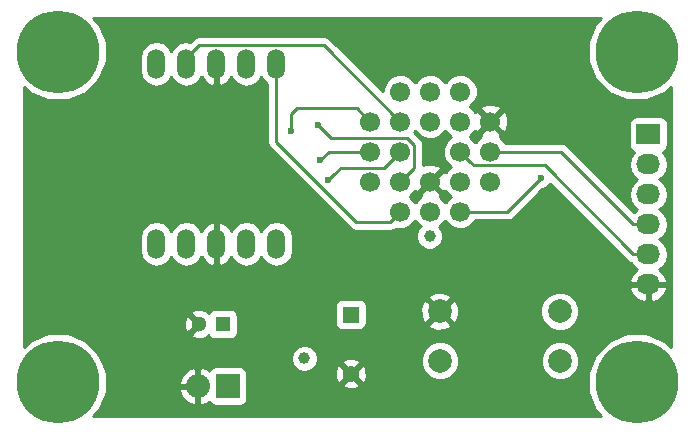
<source format=gbl>
G04 #@! TF.FileFunction,Copper,L4,Bot,Signal*
%FSLAX46Y46*%
G04 Gerber Fmt 4.6, Leading zero omitted, Abs format (unit mm)*
G04 Created by KiCad (PCBNEW 4.0.4+e1-6308~48~ubuntu16.04.1-stable) date Fri Oct 14 16:45:37 2016*
%MOMM*%
%LPD*%
G01*
G04 APERTURE LIST*
%ADD10C,0.100000*%
%ADD11R,1.300000X1.300000*%
%ADD12C,1.300000*%
%ADD13R,1.400000X1.400000*%
%ADD14C,1.400000*%
%ADD15R,2.032000X1.727200*%
%ADD16O,2.032000X1.727200*%
%ADD17R,2.032000X2.032000*%
%ADD18O,2.032000X2.032000*%
%ADD19C,1.998980*%
%ADD20O,1.524000X2.524000*%
%ADD21C,1.699260*%
%ADD22C,7.000000*%
%ADD23C,1.000000*%
%ADD24C,0.600000*%
%ADD25C,0.250000*%
%ADD26C,0.254000*%
G04 APERTURE END LIST*
D10*
D11*
X150950000Y-126060000D03*
D12*
X148950000Y-126060000D03*
D13*
X161800000Y-125260000D03*
D14*
X161800000Y-130260000D03*
D15*
X187000000Y-110000000D03*
D16*
X187000000Y-112540000D03*
X187000000Y-115080000D03*
X187000000Y-117620000D03*
X187000000Y-120160000D03*
X187000000Y-122700000D03*
D17*
X151380000Y-131320000D03*
D18*
X148840000Y-131320000D03*
D19*
X169350000Y-129170000D03*
X179510000Y-129170000D03*
X179490000Y-124990000D03*
X169330000Y-124990000D03*
D20*
X145340000Y-119280000D03*
X147880000Y-119280000D03*
X150420000Y-119280000D03*
X152960000Y-119280000D03*
X155500000Y-119280000D03*
X155500000Y-104040000D03*
X152960000Y-104040000D03*
X150420000Y-104040000D03*
X147880000Y-104040000D03*
X145340000Y-104040000D03*
D21*
X168537341Y-116539200D03*
X168537341Y-113999200D03*
X171077341Y-116539200D03*
X173617341Y-113999200D03*
X171077341Y-113999200D03*
X173617341Y-111459200D03*
X171077341Y-111459200D03*
X173617341Y-108919200D03*
X171077341Y-106379200D03*
X171077341Y-108919200D03*
X168537341Y-106379200D03*
X168537341Y-108919200D03*
X165997341Y-106379200D03*
X163457341Y-108919200D03*
X165997341Y-108919200D03*
X163457341Y-111459200D03*
X165997341Y-111459200D03*
X163457341Y-113999200D03*
X165997341Y-116539200D03*
X165997341Y-113999200D03*
D22*
X137000000Y-103000000D03*
X186000000Y-103000000D03*
X137000000Y-131000000D03*
X186000000Y-131000000D03*
D23*
X158500000Y-130979472D03*
X157880000Y-128964000D03*
X168490000Y-118620000D03*
D24*
X177890000Y-113700000D03*
X159218370Y-112181630D03*
X159903371Y-113866629D03*
X158990000Y-109180000D03*
X156720000Y-109760000D03*
D25*
X187000000Y-117620000D02*
X185734000Y-117620000D01*
X185734000Y-117620000D02*
X179573200Y-111459200D01*
X179573200Y-111459200D02*
X174818899Y-111459200D01*
X174818899Y-111459200D02*
X173617341Y-111459200D01*
X187000000Y-120160000D02*
X185734000Y-120160000D01*
X178207831Y-112633831D02*
X172251972Y-112633831D01*
X185734000Y-120160000D02*
X178207831Y-112633831D01*
X172251972Y-112633831D02*
X171926970Y-112308829D01*
X171926970Y-112308829D02*
X171077341Y-111459200D01*
X175050800Y-116539200D02*
X177890000Y-113700000D01*
X171077341Y-116539200D02*
X175050800Y-116539200D01*
X159940800Y-111459200D02*
X159218370Y-112181630D01*
X163457341Y-111459200D02*
X159940800Y-111459200D01*
X160403370Y-113366630D02*
X159903371Y-113866629D01*
X160403370Y-113366630D02*
X160945431Y-112824569D01*
X160945431Y-112824569D02*
X164631972Y-112824569D01*
X164631972Y-112824569D02*
X165997341Y-111459200D01*
X162258829Y-117388829D02*
X155500000Y-110630000D01*
X155500000Y-110630000D02*
X155500000Y-104040000D01*
X165997341Y-116539200D02*
X165147712Y-117388829D01*
X165147712Y-117388829D02*
X162258829Y-117388829D01*
X158990000Y-109180000D02*
X160094569Y-110284569D01*
X160094569Y-110284569D02*
X166561165Y-110284569D01*
X166561165Y-110284569D02*
X167171972Y-110895376D01*
X167171972Y-110895376D02*
X167171972Y-112824569D01*
X167171972Y-112824569D02*
X165997341Y-113999200D01*
X165997341Y-108919200D02*
X159531131Y-102452990D01*
X159531131Y-102452990D02*
X148967010Y-102452990D01*
X148967010Y-102452990D02*
X147880000Y-103540000D01*
X147880000Y-103540000D02*
X147880000Y-104040000D01*
X156720000Y-109760000D02*
X156720000Y-108301289D01*
X156720000Y-108301289D02*
X157229503Y-107791786D01*
X157229503Y-107791786D02*
X162329927Y-107791786D01*
X162329927Y-107791786D02*
X163457341Y-108919200D01*
D26*
G36*
X182496562Y-100654653D02*
X181865720Y-102173889D01*
X181864284Y-103818894D01*
X182492474Y-105339229D01*
X183654653Y-106503438D01*
X185173889Y-107134280D01*
X186818894Y-107135716D01*
X188339229Y-106507526D01*
X188873000Y-105974686D01*
X188873000Y-128025137D01*
X188345347Y-127496562D01*
X186826111Y-126865720D01*
X185181106Y-126864284D01*
X183660771Y-127492474D01*
X182496562Y-128654653D01*
X181865720Y-130173889D01*
X181864284Y-131818894D01*
X182492474Y-133339229D01*
X183025314Y-133873000D01*
X139974863Y-133873000D01*
X140503438Y-133345347D01*
X141134280Y-131826111D01*
X141134387Y-131702946D01*
X147234017Y-131702946D01*
X147502812Y-132288379D01*
X147975182Y-132726385D01*
X148457056Y-132925975D01*
X148713000Y-132806836D01*
X148713000Y-131447000D01*
X147352633Y-131447000D01*
X147234017Y-131702946D01*
X141134387Y-131702946D01*
X141135055Y-130937054D01*
X147234017Y-130937054D01*
X147352633Y-131193000D01*
X148713000Y-131193000D01*
X148713000Y-129833164D01*
X148967000Y-129833164D01*
X148967000Y-131193000D01*
X148987000Y-131193000D01*
X148987000Y-131447000D01*
X148967000Y-131447000D01*
X148967000Y-132806836D01*
X149222944Y-132925975D01*
X149704818Y-132726385D01*
X149802398Y-132635903D01*
X149899910Y-132787441D01*
X150112110Y-132932431D01*
X150364000Y-132983440D01*
X152396000Y-132983440D01*
X152631317Y-132939162D01*
X152847441Y-132800090D01*
X152992431Y-132587890D01*
X153043440Y-132336000D01*
X153043440Y-131195275D01*
X161044331Y-131195275D01*
X161106169Y-131431042D01*
X161607122Y-131607419D01*
X162137440Y-131578664D01*
X162493831Y-131431042D01*
X162555669Y-131195275D01*
X161800000Y-130439605D01*
X161044331Y-131195275D01*
X153043440Y-131195275D01*
X153043440Y-130304000D01*
X152999162Y-130068683D01*
X152860090Y-129852559D01*
X152647890Y-129707569D01*
X152396000Y-129656560D01*
X150364000Y-129656560D01*
X150128683Y-129700838D01*
X149912559Y-129839910D01*
X149801160Y-130002948D01*
X149704818Y-129913615D01*
X149222944Y-129714025D01*
X148967000Y-129833164D01*
X148713000Y-129833164D01*
X148457056Y-129714025D01*
X147975182Y-129913615D01*
X147502812Y-130351621D01*
X147234017Y-130937054D01*
X141135055Y-130937054D01*
X141135716Y-130181106D01*
X140725693Y-129188775D01*
X156744803Y-129188775D01*
X156917233Y-129606086D01*
X157236235Y-129925645D01*
X157653244Y-130098803D01*
X158104775Y-130099197D01*
X158182402Y-130067122D01*
X160452581Y-130067122D01*
X160481336Y-130597440D01*
X160628958Y-130953831D01*
X160864725Y-131015669D01*
X161620395Y-130260000D01*
X161979605Y-130260000D01*
X162735275Y-131015669D01*
X162971042Y-130953831D01*
X163147419Y-130452878D01*
X163118664Y-129922560D01*
X162971042Y-129566169D01*
X162735275Y-129504331D01*
X161979605Y-130260000D01*
X161620395Y-130260000D01*
X160864725Y-129504331D01*
X160628958Y-129566169D01*
X160452581Y-130067122D01*
X158182402Y-130067122D01*
X158522086Y-129926767D01*
X158841645Y-129607765D01*
X158959173Y-129324725D01*
X161044331Y-129324725D01*
X161800000Y-130080395D01*
X162386700Y-129493694D01*
X167715226Y-129493694D01*
X167963538Y-130094655D01*
X168422927Y-130554846D01*
X169023453Y-130804206D01*
X169673694Y-130804774D01*
X170274655Y-130556462D01*
X170734846Y-130097073D01*
X170984206Y-129496547D01*
X170984208Y-129493694D01*
X177875226Y-129493694D01*
X178123538Y-130094655D01*
X178582927Y-130554846D01*
X179183453Y-130804206D01*
X179833694Y-130804774D01*
X180434655Y-130556462D01*
X180894846Y-130097073D01*
X181144206Y-129496547D01*
X181144774Y-128846306D01*
X180896462Y-128245345D01*
X180437073Y-127785154D01*
X179836547Y-127535794D01*
X179186306Y-127535226D01*
X178585345Y-127783538D01*
X178125154Y-128242927D01*
X177875794Y-128843453D01*
X177875226Y-129493694D01*
X170984208Y-129493694D01*
X170984774Y-128846306D01*
X170736462Y-128245345D01*
X170277073Y-127785154D01*
X169676547Y-127535794D01*
X169026306Y-127535226D01*
X168425345Y-127783538D01*
X167965154Y-128242927D01*
X167715794Y-128843453D01*
X167715226Y-129493694D01*
X162386700Y-129493694D01*
X162555669Y-129324725D01*
X162493831Y-129088958D01*
X161992878Y-128912581D01*
X161462560Y-128941336D01*
X161106169Y-129088958D01*
X161044331Y-129324725D01*
X158959173Y-129324725D01*
X159014803Y-129190756D01*
X159015197Y-128739225D01*
X158842767Y-128321914D01*
X158523765Y-128002355D01*
X158106756Y-127829197D01*
X157655225Y-127828803D01*
X157237914Y-128001233D01*
X156918355Y-128320235D01*
X156745197Y-128737244D01*
X156744803Y-129188775D01*
X140725693Y-129188775D01*
X140507526Y-128660771D01*
X139345347Y-127496562D01*
X137826111Y-126865720D01*
X136181106Y-126864284D01*
X134660771Y-127492474D01*
X134127000Y-128025314D01*
X134127000Y-125879078D01*
X147652378Y-125879078D01*
X147681917Y-126389428D01*
X147820389Y-126723729D01*
X148050984Y-126779410D01*
X148770395Y-126060000D01*
X148050984Y-125340590D01*
X147820389Y-125396271D01*
X147652378Y-125879078D01*
X134127000Y-125879078D01*
X134127000Y-125160984D01*
X148230590Y-125160984D01*
X148950000Y-125880395D01*
X148964142Y-125866252D01*
X149143748Y-126045858D01*
X149129605Y-126060000D01*
X149143748Y-126074142D01*
X148964142Y-126253748D01*
X148950000Y-126239605D01*
X148230590Y-126959016D01*
X148286271Y-127189611D01*
X148769078Y-127357622D01*
X149279428Y-127328083D01*
X149613729Y-127189611D01*
X149669410Y-126959018D01*
X149771072Y-127060680D01*
X149835910Y-127161441D01*
X150048110Y-127306431D01*
X150300000Y-127357440D01*
X151600000Y-127357440D01*
X151835317Y-127313162D01*
X152051441Y-127174090D01*
X152196431Y-126961890D01*
X152247440Y-126710000D01*
X152247440Y-125410000D01*
X152203162Y-125174683D01*
X152064090Y-124958559D01*
X151851890Y-124813569D01*
X151600000Y-124762560D01*
X150300000Y-124762560D01*
X150064683Y-124806838D01*
X149848559Y-124945910D01*
X149771063Y-125059329D01*
X149669410Y-125160982D01*
X149613729Y-124930389D01*
X149130922Y-124762378D01*
X148620572Y-124791917D01*
X148286271Y-124930389D01*
X148230590Y-125160984D01*
X134127000Y-125160984D01*
X134127000Y-124560000D01*
X160452560Y-124560000D01*
X160452560Y-125960000D01*
X160496838Y-126195317D01*
X160635910Y-126411441D01*
X160848110Y-126556431D01*
X161100000Y-126607440D01*
X162500000Y-126607440D01*
X162735317Y-126563162D01*
X162951441Y-126424090D01*
X163096431Y-126211890D01*
X163110551Y-126142163D01*
X168357443Y-126142163D01*
X168456042Y-126408965D01*
X169065582Y-126635401D01*
X169715377Y-126611341D01*
X170203958Y-126408965D01*
X170302557Y-126142163D01*
X169330000Y-125169605D01*
X168357443Y-126142163D01*
X163110551Y-126142163D01*
X163147440Y-125960000D01*
X163147440Y-124725582D01*
X167684599Y-124725582D01*
X167708659Y-125375377D01*
X167911035Y-125863958D01*
X168177837Y-125962557D01*
X169150395Y-124990000D01*
X169509605Y-124990000D01*
X170482163Y-125962557D01*
X170748965Y-125863958D01*
X170953380Y-125313694D01*
X177855226Y-125313694D01*
X178103538Y-125914655D01*
X178562927Y-126374846D01*
X179163453Y-126624206D01*
X179813694Y-126624774D01*
X180414655Y-126376462D01*
X180874846Y-125917073D01*
X181124206Y-125316547D01*
X181124774Y-124666306D01*
X180876462Y-124065345D01*
X180417073Y-123605154D01*
X179816547Y-123355794D01*
X179166306Y-123355226D01*
X178565345Y-123603538D01*
X178105154Y-124062927D01*
X177855794Y-124663453D01*
X177855226Y-125313694D01*
X170953380Y-125313694D01*
X170975401Y-125254418D01*
X170951341Y-124604623D01*
X170748965Y-124116042D01*
X170482163Y-124017443D01*
X169509605Y-124990000D01*
X169150395Y-124990000D01*
X168177837Y-124017443D01*
X167911035Y-124116042D01*
X167684599Y-124725582D01*
X163147440Y-124725582D01*
X163147440Y-124560000D01*
X163103162Y-124324683D01*
X162964090Y-124108559D01*
X162751890Y-123963569D01*
X162500000Y-123912560D01*
X161100000Y-123912560D01*
X160864683Y-123956838D01*
X160648559Y-124095910D01*
X160503569Y-124308110D01*
X160452560Y-124560000D01*
X134127000Y-124560000D01*
X134127000Y-123837837D01*
X168357443Y-123837837D01*
X169330000Y-124810395D01*
X170302557Y-123837837D01*
X170203958Y-123571035D01*
X169594418Y-123344599D01*
X168944623Y-123368659D01*
X168456042Y-123571035D01*
X168357443Y-123837837D01*
X134127000Y-123837837D01*
X134127000Y-123059026D01*
X185392642Y-123059026D01*
X185395291Y-123074791D01*
X185649268Y-123602036D01*
X186085680Y-123991954D01*
X186638087Y-124185184D01*
X186873000Y-124040924D01*
X186873000Y-122827000D01*
X187127000Y-122827000D01*
X187127000Y-124040924D01*
X187361913Y-124185184D01*
X187914320Y-123991954D01*
X188350732Y-123602036D01*
X188604709Y-123074791D01*
X188607358Y-123059026D01*
X188486217Y-122827000D01*
X187127000Y-122827000D01*
X186873000Y-122827000D01*
X185513783Y-122827000D01*
X185392642Y-123059026D01*
X134127000Y-123059026D01*
X134127000Y-118742836D01*
X143943000Y-118742836D01*
X143943000Y-119817164D01*
X144049340Y-120351773D01*
X144352172Y-120804992D01*
X144805391Y-121107824D01*
X145340000Y-121214164D01*
X145874609Y-121107824D01*
X146327828Y-120804992D01*
X146610000Y-120382693D01*
X146892172Y-120804992D01*
X147345391Y-121107824D01*
X147880000Y-121214164D01*
X148414609Y-121107824D01*
X148867828Y-120804992D01*
X149159298Y-120368778D01*
X149177941Y-120431941D01*
X149521974Y-120857630D01*
X150002723Y-121119260D01*
X150076930Y-121134220D01*
X150293000Y-121011720D01*
X150293000Y-119407000D01*
X150273000Y-119407000D01*
X150273000Y-119153000D01*
X150293000Y-119153000D01*
X150293000Y-117548280D01*
X150547000Y-117548280D01*
X150547000Y-119153000D01*
X150567000Y-119153000D01*
X150567000Y-119407000D01*
X150547000Y-119407000D01*
X150547000Y-121011720D01*
X150763070Y-121134220D01*
X150837277Y-121119260D01*
X151318026Y-120857630D01*
X151662059Y-120431941D01*
X151680702Y-120368778D01*
X151972172Y-120804992D01*
X152425391Y-121107824D01*
X152960000Y-121214164D01*
X153494609Y-121107824D01*
X153947828Y-120804992D01*
X154230000Y-120382693D01*
X154512172Y-120804992D01*
X154965391Y-121107824D01*
X155500000Y-121214164D01*
X156034609Y-121107824D01*
X156487828Y-120804992D01*
X156790660Y-120351773D01*
X156897000Y-119817164D01*
X156897000Y-118742836D01*
X156790660Y-118208227D01*
X156487828Y-117755008D01*
X156034609Y-117452176D01*
X155500000Y-117345836D01*
X154965391Y-117452176D01*
X154512172Y-117755008D01*
X154230000Y-118177307D01*
X153947828Y-117755008D01*
X153494609Y-117452176D01*
X152960000Y-117345836D01*
X152425391Y-117452176D01*
X151972172Y-117755008D01*
X151680702Y-118191222D01*
X151662059Y-118128059D01*
X151318026Y-117702370D01*
X150837277Y-117440740D01*
X150763070Y-117425780D01*
X150547000Y-117548280D01*
X150293000Y-117548280D01*
X150076930Y-117425780D01*
X150002723Y-117440740D01*
X149521974Y-117702370D01*
X149177941Y-118128059D01*
X149159298Y-118191222D01*
X148867828Y-117755008D01*
X148414609Y-117452176D01*
X147880000Y-117345836D01*
X147345391Y-117452176D01*
X146892172Y-117755008D01*
X146610000Y-118177307D01*
X146327828Y-117755008D01*
X145874609Y-117452176D01*
X145340000Y-117345836D01*
X144805391Y-117452176D01*
X144352172Y-117755008D01*
X144049340Y-118208227D01*
X143943000Y-118742836D01*
X134127000Y-118742836D01*
X134127000Y-105974863D01*
X134654653Y-106503438D01*
X136173889Y-107134280D01*
X137818894Y-107135716D01*
X139339229Y-106507526D01*
X140503438Y-105345347D01*
X141134280Y-103826111D01*
X141134562Y-103502836D01*
X143943000Y-103502836D01*
X143943000Y-104577164D01*
X144049340Y-105111773D01*
X144352172Y-105564992D01*
X144805391Y-105867824D01*
X145340000Y-105974164D01*
X145874609Y-105867824D01*
X146327828Y-105564992D01*
X146610000Y-105142693D01*
X146892172Y-105564992D01*
X147345391Y-105867824D01*
X147880000Y-105974164D01*
X148414609Y-105867824D01*
X148867828Y-105564992D01*
X149159298Y-105128778D01*
X149177941Y-105191941D01*
X149521974Y-105617630D01*
X150002723Y-105879260D01*
X150076930Y-105894220D01*
X150293000Y-105771720D01*
X150293000Y-104167000D01*
X150273000Y-104167000D01*
X150273000Y-103913000D01*
X150293000Y-103913000D01*
X150293000Y-103893000D01*
X150547000Y-103893000D01*
X150547000Y-103913000D01*
X150567000Y-103913000D01*
X150567000Y-104167000D01*
X150547000Y-104167000D01*
X150547000Y-105771720D01*
X150763070Y-105894220D01*
X150837277Y-105879260D01*
X151318026Y-105617630D01*
X151662059Y-105191941D01*
X151680702Y-105128778D01*
X151972172Y-105564992D01*
X152425391Y-105867824D01*
X152960000Y-105974164D01*
X153494609Y-105867824D01*
X153947828Y-105564992D01*
X154230000Y-105142693D01*
X154512172Y-105564992D01*
X154740000Y-105717222D01*
X154740000Y-110630000D01*
X154797852Y-110920839D01*
X154962599Y-111167401D01*
X161721428Y-117926230D01*
X161967990Y-118090977D01*
X162258829Y-118148829D01*
X165147712Y-118148829D01*
X165438551Y-118090977D01*
X165601253Y-117982264D01*
X165700734Y-118023572D01*
X166291357Y-118024088D01*
X166837218Y-117798542D01*
X167255215Y-117381274D01*
X167267090Y-117352676D01*
X167277999Y-117379077D01*
X167695267Y-117797074D01*
X167704139Y-117800758D01*
X167528355Y-117976235D01*
X167355197Y-118393244D01*
X167354803Y-118844775D01*
X167527233Y-119262086D01*
X167846235Y-119581645D01*
X168263244Y-119754803D01*
X168714775Y-119755197D01*
X169132086Y-119582767D01*
X169451645Y-119263765D01*
X169624803Y-118846756D01*
X169625197Y-118395225D01*
X169452767Y-117977914D01*
X169303935Y-117828822D01*
X169377218Y-117798542D01*
X169795215Y-117381274D01*
X169807090Y-117352676D01*
X169817999Y-117379077D01*
X170235267Y-117797074D01*
X170780734Y-118023572D01*
X171371357Y-118024088D01*
X171917218Y-117798542D01*
X172335215Y-117381274D01*
X172369295Y-117299200D01*
X175050800Y-117299200D01*
X175341639Y-117241348D01*
X175588201Y-117076601D01*
X178029680Y-114635122D01*
X178075167Y-114635162D01*
X178418943Y-114493117D01*
X178682192Y-114230327D01*
X178696080Y-114196882D01*
X185196599Y-120697401D01*
X185443160Y-120862148D01*
X185527968Y-120879017D01*
X185755585Y-121219670D01*
X186065069Y-121426461D01*
X185649268Y-121797964D01*
X185395291Y-122325209D01*
X185392642Y-122340974D01*
X185513783Y-122573000D01*
X186873000Y-122573000D01*
X186873000Y-122553000D01*
X187127000Y-122553000D01*
X187127000Y-122573000D01*
X188486217Y-122573000D01*
X188607358Y-122340974D01*
X188604709Y-122325209D01*
X188350732Y-121797964D01*
X187934931Y-121426461D01*
X188244415Y-121219670D01*
X188569271Y-120733489D01*
X188683345Y-120160000D01*
X188569271Y-119586511D01*
X188244415Y-119100330D01*
X187929634Y-118890000D01*
X188244415Y-118679670D01*
X188569271Y-118193489D01*
X188683345Y-117620000D01*
X188569271Y-117046511D01*
X188244415Y-116560330D01*
X187929634Y-116350000D01*
X188244415Y-116139670D01*
X188569271Y-115653489D01*
X188683345Y-115080000D01*
X188569271Y-114506511D01*
X188244415Y-114020330D01*
X187929634Y-113810000D01*
X188244415Y-113599670D01*
X188569271Y-113113489D01*
X188683345Y-112540000D01*
X188569271Y-111966511D01*
X188244415Y-111480330D01*
X188230087Y-111470757D01*
X188251317Y-111466762D01*
X188467441Y-111327690D01*
X188612431Y-111115490D01*
X188663440Y-110863600D01*
X188663440Y-109136400D01*
X188619162Y-108901083D01*
X188480090Y-108684959D01*
X188267890Y-108539969D01*
X188016000Y-108488960D01*
X185984000Y-108488960D01*
X185748683Y-108533238D01*
X185532559Y-108672310D01*
X185387569Y-108884510D01*
X185336560Y-109136400D01*
X185336560Y-110863600D01*
X185380838Y-111098917D01*
X185519910Y-111315041D01*
X185732110Y-111460031D01*
X185773439Y-111468400D01*
X185755585Y-111480330D01*
X185430729Y-111966511D01*
X185316655Y-112540000D01*
X185430729Y-113113489D01*
X185755585Y-113599670D01*
X186070366Y-113810000D01*
X185755585Y-114020330D01*
X185430729Y-114506511D01*
X185316655Y-115080000D01*
X185430729Y-115653489D01*
X185755585Y-116139670D01*
X186070366Y-116350000D01*
X185755585Y-116560330D01*
X185753000Y-116564198D01*
X180110601Y-110921799D01*
X179864039Y-110757052D01*
X179573200Y-110699200D01*
X174909688Y-110699200D01*
X174876683Y-110619323D01*
X174459415Y-110201326D01*
X174411630Y-110181484D01*
X174481426Y-109962890D01*
X173617341Y-109098805D01*
X172753256Y-109962890D01*
X172822921Y-110181075D01*
X172777464Y-110199858D01*
X172359467Y-110617126D01*
X172347592Y-110645724D01*
X172336683Y-110619323D01*
X171919415Y-110201326D01*
X171890817Y-110189451D01*
X171917218Y-110178542D01*
X172335215Y-109761274D01*
X172355057Y-109713489D01*
X172573651Y-109783285D01*
X173437736Y-108919200D01*
X173796946Y-108919200D01*
X174661031Y-109783285D01*
X174912294Y-109703058D01*
X175113691Y-109147833D01*
X175087282Y-108557801D01*
X174912294Y-108135342D01*
X174661031Y-108055115D01*
X173796946Y-108919200D01*
X173437736Y-108919200D01*
X172573651Y-108055115D01*
X172355466Y-108124780D01*
X172336683Y-108079323D01*
X172133226Y-107875510D01*
X172753256Y-107875510D01*
X173617341Y-108739595D01*
X174481426Y-107875510D01*
X174401199Y-107624247D01*
X173845974Y-107422850D01*
X173255942Y-107449259D01*
X172833483Y-107624247D01*
X172753256Y-107875510D01*
X172133226Y-107875510D01*
X171919415Y-107661326D01*
X171890817Y-107649451D01*
X171917218Y-107638542D01*
X172335215Y-107221274D01*
X172561713Y-106675807D01*
X172562229Y-106085184D01*
X172336683Y-105539323D01*
X171919415Y-105121326D01*
X171373948Y-104894828D01*
X170783325Y-104894312D01*
X170237464Y-105119858D01*
X169819467Y-105537126D01*
X169807592Y-105565724D01*
X169796683Y-105539323D01*
X169379415Y-105121326D01*
X168833948Y-104894828D01*
X168243325Y-104894312D01*
X167697464Y-105119858D01*
X167279467Y-105537126D01*
X167267592Y-105565724D01*
X167256683Y-105539323D01*
X166839415Y-105121326D01*
X166293948Y-104894828D01*
X165703325Y-104894312D01*
X165157464Y-105119858D01*
X164739467Y-105537126D01*
X164512969Y-106082593D01*
X164512727Y-106359784D01*
X160068532Y-101915589D01*
X159821970Y-101750842D01*
X159531131Y-101692990D01*
X148967010Y-101692990D01*
X148676170Y-101750842D01*
X148429609Y-101915589D01*
X148179740Y-102165458D01*
X147880000Y-102105836D01*
X147345391Y-102212176D01*
X146892172Y-102515008D01*
X146610000Y-102937307D01*
X146327828Y-102515008D01*
X145874609Y-102212176D01*
X145340000Y-102105836D01*
X144805391Y-102212176D01*
X144352172Y-102515008D01*
X144049340Y-102968227D01*
X143943000Y-103502836D01*
X141134562Y-103502836D01*
X141135716Y-102181106D01*
X140507526Y-100660771D01*
X139974686Y-100127000D01*
X183025137Y-100127000D01*
X182496562Y-100654653D01*
X182496562Y-100654653D01*
G37*
X182496562Y-100654653D02*
X181865720Y-102173889D01*
X181864284Y-103818894D01*
X182492474Y-105339229D01*
X183654653Y-106503438D01*
X185173889Y-107134280D01*
X186818894Y-107135716D01*
X188339229Y-106507526D01*
X188873000Y-105974686D01*
X188873000Y-128025137D01*
X188345347Y-127496562D01*
X186826111Y-126865720D01*
X185181106Y-126864284D01*
X183660771Y-127492474D01*
X182496562Y-128654653D01*
X181865720Y-130173889D01*
X181864284Y-131818894D01*
X182492474Y-133339229D01*
X183025314Y-133873000D01*
X139974863Y-133873000D01*
X140503438Y-133345347D01*
X141134280Y-131826111D01*
X141134387Y-131702946D01*
X147234017Y-131702946D01*
X147502812Y-132288379D01*
X147975182Y-132726385D01*
X148457056Y-132925975D01*
X148713000Y-132806836D01*
X148713000Y-131447000D01*
X147352633Y-131447000D01*
X147234017Y-131702946D01*
X141134387Y-131702946D01*
X141135055Y-130937054D01*
X147234017Y-130937054D01*
X147352633Y-131193000D01*
X148713000Y-131193000D01*
X148713000Y-129833164D01*
X148967000Y-129833164D01*
X148967000Y-131193000D01*
X148987000Y-131193000D01*
X148987000Y-131447000D01*
X148967000Y-131447000D01*
X148967000Y-132806836D01*
X149222944Y-132925975D01*
X149704818Y-132726385D01*
X149802398Y-132635903D01*
X149899910Y-132787441D01*
X150112110Y-132932431D01*
X150364000Y-132983440D01*
X152396000Y-132983440D01*
X152631317Y-132939162D01*
X152847441Y-132800090D01*
X152992431Y-132587890D01*
X153043440Y-132336000D01*
X153043440Y-131195275D01*
X161044331Y-131195275D01*
X161106169Y-131431042D01*
X161607122Y-131607419D01*
X162137440Y-131578664D01*
X162493831Y-131431042D01*
X162555669Y-131195275D01*
X161800000Y-130439605D01*
X161044331Y-131195275D01*
X153043440Y-131195275D01*
X153043440Y-130304000D01*
X152999162Y-130068683D01*
X152860090Y-129852559D01*
X152647890Y-129707569D01*
X152396000Y-129656560D01*
X150364000Y-129656560D01*
X150128683Y-129700838D01*
X149912559Y-129839910D01*
X149801160Y-130002948D01*
X149704818Y-129913615D01*
X149222944Y-129714025D01*
X148967000Y-129833164D01*
X148713000Y-129833164D01*
X148457056Y-129714025D01*
X147975182Y-129913615D01*
X147502812Y-130351621D01*
X147234017Y-130937054D01*
X141135055Y-130937054D01*
X141135716Y-130181106D01*
X140725693Y-129188775D01*
X156744803Y-129188775D01*
X156917233Y-129606086D01*
X157236235Y-129925645D01*
X157653244Y-130098803D01*
X158104775Y-130099197D01*
X158182402Y-130067122D01*
X160452581Y-130067122D01*
X160481336Y-130597440D01*
X160628958Y-130953831D01*
X160864725Y-131015669D01*
X161620395Y-130260000D01*
X161979605Y-130260000D01*
X162735275Y-131015669D01*
X162971042Y-130953831D01*
X163147419Y-130452878D01*
X163118664Y-129922560D01*
X162971042Y-129566169D01*
X162735275Y-129504331D01*
X161979605Y-130260000D01*
X161620395Y-130260000D01*
X160864725Y-129504331D01*
X160628958Y-129566169D01*
X160452581Y-130067122D01*
X158182402Y-130067122D01*
X158522086Y-129926767D01*
X158841645Y-129607765D01*
X158959173Y-129324725D01*
X161044331Y-129324725D01*
X161800000Y-130080395D01*
X162386700Y-129493694D01*
X167715226Y-129493694D01*
X167963538Y-130094655D01*
X168422927Y-130554846D01*
X169023453Y-130804206D01*
X169673694Y-130804774D01*
X170274655Y-130556462D01*
X170734846Y-130097073D01*
X170984206Y-129496547D01*
X170984208Y-129493694D01*
X177875226Y-129493694D01*
X178123538Y-130094655D01*
X178582927Y-130554846D01*
X179183453Y-130804206D01*
X179833694Y-130804774D01*
X180434655Y-130556462D01*
X180894846Y-130097073D01*
X181144206Y-129496547D01*
X181144774Y-128846306D01*
X180896462Y-128245345D01*
X180437073Y-127785154D01*
X179836547Y-127535794D01*
X179186306Y-127535226D01*
X178585345Y-127783538D01*
X178125154Y-128242927D01*
X177875794Y-128843453D01*
X177875226Y-129493694D01*
X170984208Y-129493694D01*
X170984774Y-128846306D01*
X170736462Y-128245345D01*
X170277073Y-127785154D01*
X169676547Y-127535794D01*
X169026306Y-127535226D01*
X168425345Y-127783538D01*
X167965154Y-128242927D01*
X167715794Y-128843453D01*
X167715226Y-129493694D01*
X162386700Y-129493694D01*
X162555669Y-129324725D01*
X162493831Y-129088958D01*
X161992878Y-128912581D01*
X161462560Y-128941336D01*
X161106169Y-129088958D01*
X161044331Y-129324725D01*
X158959173Y-129324725D01*
X159014803Y-129190756D01*
X159015197Y-128739225D01*
X158842767Y-128321914D01*
X158523765Y-128002355D01*
X158106756Y-127829197D01*
X157655225Y-127828803D01*
X157237914Y-128001233D01*
X156918355Y-128320235D01*
X156745197Y-128737244D01*
X156744803Y-129188775D01*
X140725693Y-129188775D01*
X140507526Y-128660771D01*
X139345347Y-127496562D01*
X137826111Y-126865720D01*
X136181106Y-126864284D01*
X134660771Y-127492474D01*
X134127000Y-128025314D01*
X134127000Y-125879078D01*
X147652378Y-125879078D01*
X147681917Y-126389428D01*
X147820389Y-126723729D01*
X148050984Y-126779410D01*
X148770395Y-126060000D01*
X148050984Y-125340590D01*
X147820389Y-125396271D01*
X147652378Y-125879078D01*
X134127000Y-125879078D01*
X134127000Y-125160984D01*
X148230590Y-125160984D01*
X148950000Y-125880395D01*
X148964142Y-125866252D01*
X149143748Y-126045858D01*
X149129605Y-126060000D01*
X149143748Y-126074142D01*
X148964142Y-126253748D01*
X148950000Y-126239605D01*
X148230590Y-126959016D01*
X148286271Y-127189611D01*
X148769078Y-127357622D01*
X149279428Y-127328083D01*
X149613729Y-127189611D01*
X149669410Y-126959018D01*
X149771072Y-127060680D01*
X149835910Y-127161441D01*
X150048110Y-127306431D01*
X150300000Y-127357440D01*
X151600000Y-127357440D01*
X151835317Y-127313162D01*
X152051441Y-127174090D01*
X152196431Y-126961890D01*
X152247440Y-126710000D01*
X152247440Y-125410000D01*
X152203162Y-125174683D01*
X152064090Y-124958559D01*
X151851890Y-124813569D01*
X151600000Y-124762560D01*
X150300000Y-124762560D01*
X150064683Y-124806838D01*
X149848559Y-124945910D01*
X149771063Y-125059329D01*
X149669410Y-125160982D01*
X149613729Y-124930389D01*
X149130922Y-124762378D01*
X148620572Y-124791917D01*
X148286271Y-124930389D01*
X148230590Y-125160984D01*
X134127000Y-125160984D01*
X134127000Y-124560000D01*
X160452560Y-124560000D01*
X160452560Y-125960000D01*
X160496838Y-126195317D01*
X160635910Y-126411441D01*
X160848110Y-126556431D01*
X161100000Y-126607440D01*
X162500000Y-126607440D01*
X162735317Y-126563162D01*
X162951441Y-126424090D01*
X163096431Y-126211890D01*
X163110551Y-126142163D01*
X168357443Y-126142163D01*
X168456042Y-126408965D01*
X169065582Y-126635401D01*
X169715377Y-126611341D01*
X170203958Y-126408965D01*
X170302557Y-126142163D01*
X169330000Y-125169605D01*
X168357443Y-126142163D01*
X163110551Y-126142163D01*
X163147440Y-125960000D01*
X163147440Y-124725582D01*
X167684599Y-124725582D01*
X167708659Y-125375377D01*
X167911035Y-125863958D01*
X168177837Y-125962557D01*
X169150395Y-124990000D01*
X169509605Y-124990000D01*
X170482163Y-125962557D01*
X170748965Y-125863958D01*
X170953380Y-125313694D01*
X177855226Y-125313694D01*
X178103538Y-125914655D01*
X178562927Y-126374846D01*
X179163453Y-126624206D01*
X179813694Y-126624774D01*
X180414655Y-126376462D01*
X180874846Y-125917073D01*
X181124206Y-125316547D01*
X181124774Y-124666306D01*
X180876462Y-124065345D01*
X180417073Y-123605154D01*
X179816547Y-123355794D01*
X179166306Y-123355226D01*
X178565345Y-123603538D01*
X178105154Y-124062927D01*
X177855794Y-124663453D01*
X177855226Y-125313694D01*
X170953380Y-125313694D01*
X170975401Y-125254418D01*
X170951341Y-124604623D01*
X170748965Y-124116042D01*
X170482163Y-124017443D01*
X169509605Y-124990000D01*
X169150395Y-124990000D01*
X168177837Y-124017443D01*
X167911035Y-124116042D01*
X167684599Y-124725582D01*
X163147440Y-124725582D01*
X163147440Y-124560000D01*
X163103162Y-124324683D01*
X162964090Y-124108559D01*
X162751890Y-123963569D01*
X162500000Y-123912560D01*
X161100000Y-123912560D01*
X160864683Y-123956838D01*
X160648559Y-124095910D01*
X160503569Y-124308110D01*
X160452560Y-124560000D01*
X134127000Y-124560000D01*
X134127000Y-123837837D01*
X168357443Y-123837837D01*
X169330000Y-124810395D01*
X170302557Y-123837837D01*
X170203958Y-123571035D01*
X169594418Y-123344599D01*
X168944623Y-123368659D01*
X168456042Y-123571035D01*
X168357443Y-123837837D01*
X134127000Y-123837837D01*
X134127000Y-123059026D01*
X185392642Y-123059026D01*
X185395291Y-123074791D01*
X185649268Y-123602036D01*
X186085680Y-123991954D01*
X186638087Y-124185184D01*
X186873000Y-124040924D01*
X186873000Y-122827000D01*
X187127000Y-122827000D01*
X187127000Y-124040924D01*
X187361913Y-124185184D01*
X187914320Y-123991954D01*
X188350732Y-123602036D01*
X188604709Y-123074791D01*
X188607358Y-123059026D01*
X188486217Y-122827000D01*
X187127000Y-122827000D01*
X186873000Y-122827000D01*
X185513783Y-122827000D01*
X185392642Y-123059026D01*
X134127000Y-123059026D01*
X134127000Y-118742836D01*
X143943000Y-118742836D01*
X143943000Y-119817164D01*
X144049340Y-120351773D01*
X144352172Y-120804992D01*
X144805391Y-121107824D01*
X145340000Y-121214164D01*
X145874609Y-121107824D01*
X146327828Y-120804992D01*
X146610000Y-120382693D01*
X146892172Y-120804992D01*
X147345391Y-121107824D01*
X147880000Y-121214164D01*
X148414609Y-121107824D01*
X148867828Y-120804992D01*
X149159298Y-120368778D01*
X149177941Y-120431941D01*
X149521974Y-120857630D01*
X150002723Y-121119260D01*
X150076930Y-121134220D01*
X150293000Y-121011720D01*
X150293000Y-119407000D01*
X150273000Y-119407000D01*
X150273000Y-119153000D01*
X150293000Y-119153000D01*
X150293000Y-117548280D01*
X150547000Y-117548280D01*
X150547000Y-119153000D01*
X150567000Y-119153000D01*
X150567000Y-119407000D01*
X150547000Y-119407000D01*
X150547000Y-121011720D01*
X150763070Y-121134220D01*
X150837277Y-121119260D01*
X151318026Y-120857630D01*
X151662059Y-120431941D01*
X151680702Y-120368778D01*
X151972172Y-120804992D01*
X152425391Y-121107824D01*
X152960000Y-121214164D01*
X153494609Y-121107824D01*
X153947828Y-120804992D01*
X154230000Y-120382693D01*
X154512172Y-120804992D01*
X154965391Y-121107824D01*
X155500000Y-121214164D01*
X156034609Y-121107824D01*
X156487828Y-120804992D01*
X156790660Y-120351773D01*
X156897000Y-119817164D01*
X156897000Y-118742836D01*
X156790660Y-118208227D01*
X156487828Y-117755008D01*
X156034609Y-117452176D01*
X155500000Y-117345836D01*
X154965391Y-117452176D01*
X154512172Y-117755008D01*
X154230000Y-118177307D01*
X153947828Y-117755008D01*
X153494609Y-117452176D01*
X152960000Y-117345836D01*
X152425391Y-117452176D01*
X151972172Y-117755008D01*
X151680702Y-118191222D01*
X151662059Y-118128059D01*
X151318026Y-117702370D01*
X150837277Y-117440740D01*
X150763070Y-117425780D01*
X150547000Y-117548280D01*
X150293000Y-117548280D01*
X150076930Y-117425780D01*
X150002723Y-117440740D01*
X149521974Y-117702370D01*
X149177941Y-118128059D01*
X149159298Y-118191222D01*
X148867828Y-117755008D01*
X148414609Y-117452176D01*
X147880000Y-117345836D01*
X147345391Y-117452176D01*
X146892172Y-117755008D01*
X146610000Y-118177307D01*
X146327828Y-117755008D01*
X145874609Y-117452176D01*
X145340000Y-117345836D01*
X144805391Y-117452176D01*
X144352172Y-117755008D01*
X144049340Y-118208227D01*
X143943000Y-118742836D01*
X134127000Y-118742836D01*
X134127000Y-105974863D01*
X134654653Y-106503438D01*
X136173889Y-107134280D01*
X137818894Y-107135716D01*
X139339229Y-106507526D01*
X140503438Y-105345347D01*
X141134280Y-103826111D01*
X141134562Y-103502836D01*
X143943000Y-103502836D01*
X143943000Y-104577164D01*
X144049340Y-105111773D01*
X144352172Y-105564992D01*
X144805391Y-105867824D01*
X145340000Y-105974164D01*
X145874609Y-105867824D01*
X146327828Y-105564992D01*
X146610000Y-105142693D01*
X146892172Y-105564992D01*
X147345391Y-105867824D01*
X147880000Y-105974164D01*
X148414609Y-105867824D01*
X148867828Y-105564992D01*
X149159298Y-105128778D01*
X149177941Y-105191941D01*
X149521974Y-105617630D01*
X150002723Y-105879260D01*
X150076930Y-105894220D01*
X150293000Y-105771720D01*
X150293000Y-104167000D01*
X150273000Y-104167000D01*
X150273000Y-103913000D01*
X150293000Y-103913000D01*
X150293000Y-103893000D01*
X150547000Y-103893000D01*
X150547000Y-103913000D01*
X150567000Y-103913000D01*
X150567000Y-104167000D01*
X150547000Y-104167000D01*
X150547000Y-105771720D01*
X150763070Y-105894220D01*
X150837277Y-105879260D01*
X151318026Y-105617630D01*
X151662059Y-105191941D01*
X151680702Y-105128778D01*
X151972172Y-105564992D01*
X152425391Y-105867824D01*
X152960000Y-105974164D01*
X153494609Y-105867824D01*
X153947828Y-105564992D01*
X154230000Y-105142693D01*
X154512172Y-105564992D01*
X154740000Y-105717222D01*
X154740000Y-110630000D01*
X154797852Y-110920839D01*
X154962599Y-111167401D01*
X161721428Y-117926230D01*
X161967990Y-118090977D01*
X162258829Y-118148829D01*
X165147712Y-118148829D01*
X165438551Y-118090977D01*
X165601253Y-117982264D01*
X165700734Y-118023572D01*
X166291357Y-118024088D01*
X166837218Y-117798542D01*
X167255215Y-117381274D01*
X167267090Y-117352676D01*
X167277999Y-117379077D01*
X167695267Y-117797074D01*
X167704139Y-117800758D01*
X167528355Y-117976235D01*
X167355197Y-118393244D01*
X167354803Y-118844775D01*
X167527233Y-119262086D01*
X167846235Y-119581645D01*
X168263244Y-119754803D01*
X168714775Y-119755197D01*
X169132086Y-119582767D01*
X169451645Y-119263765D01*
X169624803Y-118846756D01*
X169625197Y-118395225D01*
X169452767Y-117977914D01*
X169303935Y-117828822D01*
X169377218Y-117798542D01*
X169795215Y-117381274D01*
X169807090Y-117352676D01*
X169817999Y-117379077D01*
X170235267Y-117797074D01*
X170780734Y-118023572D01*
X171371357Y-118024088D01*
X171917218Y-117798542D01*
X172335215Y-117381274D01*
X172369295Y-117299200D01*
X175050800Y-117299200D01*
X175341639Y-117241348D01*
X175588201Y-117076601D01*
X178029680Y-114635122D01*
X178075167Y-114635162D01*
X178418943Y-114493117D01*
X178682192Y-114230327D01*
X178696080Y-114196882D01*
X185196599Y-120697401D01*
X185443160Y-120862148D01*
X185527968Y-120879017D01*
X185755585Y-121219670D01*
X186065069Y-121426461D01*
X185649268Y-121797964D01*
X185395291Y-122325209D01*
X185392642Y-122340974D01*
X185513783Y-122573000D01*
X186873000Y-122573000D01*
X186873000Y-122553000D01*
X187127000Y-122553000D01*
X187127000Y-122573000D01*
X188486217Y-122573000D01*
X188607358Y-122340974D01*
X188604709Y-122325209D01*
X188350732Y-121797964D01*
X187934931Y-121426461D01*
X188244415Y-121219670D01*
X188569271Y-120733489D01*
X188683345Y-120160000D01*
X188569271Y-119586511D01*
X188244415Y-119100330D01*
X187929634Y-118890000D01*
X188244415Y-118679670D01*
X188569271Y-118193489D01*
X188683345Y-117620000D01*
X188569271Y-117046511D01*
X188244415Y-116560330D01*
X187929634Y-116350000D01*
X188244415Y-116139670D01*
X188569271Y-115653489D01*
X188683345Y-115080000D01*
X188569271Y-114506511D01*
X188244415Y-114020330D01*
X187929634Y-113810000D01*
X188244415Y-113599670D01*
X188569271Y-113113489D01*
X188683345Y-112540000D01*
X188569271Y-111966511D01*
X188244415Y-111480330D01*
X188230087Y-111470757D01*
X188251317Y-111466762D01*
X188467441Y-111327690D01*
X188612431Y-111115490D01*
X188663440Y-110863600D01*
X188663440Y-109136400D01*
X188619162Y-108901083D01*
X188480090Y-108684959D01*
X188267890Y-108539969D01*
X188016000Y-108488960D01*
X185984000Y-108488960D01*
X185748683Y-108533238D01*
X185532559Y-108672310D01*
X185387569Y-108884510D01*
X185336560Y-109136400D01*
X185336560Y-110863600D01*
X185380838Y-111098917D01*
X185519910Y-111315041D01*
X185732110Y-111460031D01*
X185773439Y-111468400D01*
X185755585Y-111480330D01*
X185430729Y-111966511D01*
X185316655Y-112540000D01*
X185430729Y-113113489D01*
X185755585Y-113599670D01*
X186070366Y-113810000D01*
X185755585Y-114020330D01*
X185430729Y-114506511D01*
X185316655Y-115080000D01*
X185430729Y-115653489D01*
X185755585Y-116139670D01*
X186070366Y-116350000D01*
X185755585Y-116560330D01*
X185753000Y-116564198D01*
X180110601Y-110921799D01*
X179864039Y-110757052D01*
X179573200Y-110699200D01*
X174909688Y-110699200D01*
X174876683Y-110619323D01*
X174459415Y-110201326D01*
X174411630Y-110181484D01*
X174481426Y-109962890D01*
X173617341Y-109098805D01*
X172753256Y-109962890D01*
X172822921Y-110181075D01*
X172777464Y-110199858D01*
X172359467Y-110617126D01*
X172347592Y-110645724D01*
X172336683Y-110619323D01*
X171919415Y-110201326D01*
X171890817Y-110189451D01*
X171917218Y-110178542D01*
X172335215Y-109761274D01*
X172355057Y-109713489D01*
X172573651Y-109783285D01*
X173437736Y-108919200D01*
X173796946Y-108919200D01*
X174661031Y-109783285D01*
X174912294Y-109703058D01*
X175113691Y-109147833D01*
X175087282Y-108557801D01*
X174912294Y-108135342D01*
X174661031Y-108055115D01*
X173796946Y-108919200D01*
X173437736Y-108919200D01*
X172573651Y-108055115D01*
X172355466Y-108124780D01*
X172336683Y-108079323D01*
X172133226Y-107875510D01*
X172753256Y-107875510D01*
X173617341Y-108739595D01*
X174481426Y-107875510D01*
X174401199Y-107624247D01*
X173845974Y-107422850D01*
X173255942Y-107449259D01*
X172833483Y-107624247D01*
X172753256Y-107875510D01*
X172133226Y-107875510D01*
X171919415Y-107661326D01*
X171890817Y-107649451D01*
X171917218Y-107638542D01*
X172335215Y-107221274D01*
X172561713Y-106675807D01*
X172562229Y-106085184D01*
X172336683Y-105539323D01*
X171919415Y-105121326D01*
X171373948Y-104894828D01*
X170783325Y-104894312D01*
X170237464Y-105119858D01*
X169819467Y-105537126D01*
X169807592Y-105565724D01*
X169796683Y-105539323D01*
X169379415Y-105121326D01*
X168833948Y-104894828D01*
X168243325Y-104894312D01*
X167697464Y-105119858D01*
X167279467Y-105537126D01*
X167267592Y-105565724D01*
X167256683Y-105539323D01*
X166839415Y-105121326D01*
X166293948Y-104894828D01*
X165703325Y-104894312D01*
X165157464Y-105119858D01*
X164739467Y-105537126D01*
X164512969Y-106082593D01*
X164512727Y-106359784D01*
X160068532Y-101915589D01*
X159821970Y-101750842D01*
X159531131Y-101692990D01*
X148967010Y-101692990D01*
X148676170Y-101750842D01*
X148429609Y-101915589D01*
X148179740Y-102165458D01*
X147880000Y-102105836D01*
X147345391Y-102212176D01*
X146892172Y-102515008D01*
X146610000Y-102937307D01*
X146327828Y-102515008D01*
X145874609Y-102212176D01*
X145340000Y-102105836D01*
X144805391Y-102212176D01*
X144352172Y-102515008D01*
X144049340Y-102968227D01*
X143943000Y-103502836D01*
X141134562Y-103502836D01*
X141135716Y-102181106D01*
X140507526Y-100660771D01*
X139974686Y-100127000D01*
X183025137Y-100127000D01*
X182496562Y-100654653D01*
G36*
X169817999Y-109759077D02*
X170235267Y-110177074D01*
X170263865Y-110188949D01*
X170237464Y-110199858D01*
X169819467Y-110617126D01*
X169592969Y-111162593D01*
X169592453Y-111753216D01*
X169817999Y-112299077D01*
X170235267Y-112717074D01*
X170263865Y-112728949D01*
X170237464Y-112739858D01*
X169819467Y-113157126D01*
X169799625Y-113204911D01*
X169581031Y-113135115D01*
X168716946Y-113999200D01*
X169581031Y-114863285D01*
X169799216Y-114793620D01*
X169817999Y-114839077D01*
X170235267Y-115257074D01*
X170263865Y-115268949D01*
X170237464Y-115279858D01*
X169819467Y-115697126D01*
X169807592Y-115725724D01*
X169796683Y-115699323D01*
X169379415Y-115281326D01*
X169331630Y-115261484D01*
X169401426Y-115042890D01*
X168537341Y-114178805D01*
X167673256Y-115042890D01*
X167742921Y-115261075D01*
X167697464Y-115279858D01*
X167279467Y-115697126D01*
X167267592Y-115725724D01*
X167256683Y-115699323D01*
X166839415Y-115281326D01*
X166810817Y-115269451D01*
X166837218Y-115258542D01*
X167255215Y-114841274D01*
X167275057Y-114793489D01*
X167493651Y-114863285D01*
X168357736Y-113999200D01*
X168343594Y-113985058D01*
X168523199Y-113805453D01*
X168537341Y-113819595D01*
X169401426Y-112955510D01*
X169321199Y-112704247D01*
X168765974Y-112502850D01*
X168175942Y-112529259D01*
X167931972Y-112630315D01*
X167931972Y-110895376D01*
X167874120Y-110604537D01*
X167709373Y-110357975D01*
X167183881Y-109832483D01*
X167255215Y-109761274D01*
X167267090Y-109732676D01*
X167277999Y-109759077D01*
X167695267Y-110177074D01*
X168240734Y-110403572D01*
X168831357Y-110404088D01*
X169377218Y-110178542D01*
X169795215Y-109761274D01*
X169807090Y-109732676D01*
X169817999Y-109759077D01*
X169817999Y-109759077D01*
G37*
X169817999Y-109759077D02*
X170235267Y-110177074D01*
X170263865Y-110188949D01*
X170237464Y-110199858D01*
X169819467Y-110617126D01*
X169592969Y-111162593D01*
X169592453Y-111753216D01*
X169817999Y-112299077D01*
X170235267Y-112717074D01*
X170263865Y-112728949D01*
X170237464Y-112739858D01*
X169819467Y-113157126D01*
X169799625Y-113204911D01*
X169581031Y-113135115D01*
X168716946Y-113999200D01*
X169581031Y-114863285D01*
X169799216Y-114793620D01*
X169817999Y-114839077D01*
X170235267Y-115257074D01*
X170263865Y-115268949D01*
X170237464Y-115279858D01*
X169819467Y-115697126D01*
X169807592Y-115725724D01*
X169796683Y-115699323D01*
X169379415Y-115281326D01*
X169331630Y-115261484D01*
X169401426Y-115042890D01*
X168537341Y-114178805D01*
X167673256Y-115042890D01*
X167742921Y-115261075D01*
X167697464Y-115279858D01*
X167279467Y-115697126D01*
X167267592Y-115725724D01*
X167256683Y-115699323D01*
X166839415Y-115281326D01*
X166810817Y-115269451D01*
X166837218Y-115258542D01*
X167255215Y-114841274D01*
X167275057Y-114793489D01*
X167493651Y-114863285D01*
X168357736Y-113999200D01*
X168343594Y-113985058D01*
X168523199Y-113805453D01*
X168537341Y-113819595D01*
X169401426Y-112955510D01*
X169321199Y-112704247D01*
X168765974Y-112502850D01*
X168175942Y-112529259D01*
X167931972Y-112630315D01*
X167931972Y-110895376D01*
X167874120Y-110604537D01*
X167709373Y-110357975D01*
X167183881Y-109832483D01*
X167255215Y-109761274D01*
X167267090Y-109732676D01*
X167277999Y-109759077D01*
X167695267Y-110177074D01*
X168240734Y-110403572D01*
X168831357Y-110404088D01*
X169377218Y-110178542D01*
X169795215Y-109761274D01*
X169807090Y-109732676D01*
X169817999Y-109759077D01*
M02*

</source>
